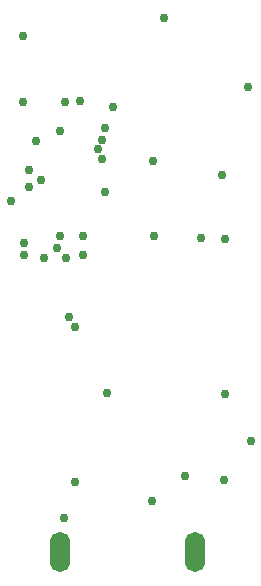
<source format=gbs>
G04 Layer_Color=8150272*
%FSLAX25Y25*%
%MOIN*%
G70*
G01*
G75*
%ADD48O,0.06706X0.13398*%
%ADD49C,0.03000*%
D48*
X369059Y272500D02*
D03*
X413941D02*
D03*
D49*
X374000Y347476D02*
D03*
X372000Y350976D02*
D03*
X368000Y373976D02*
D03*
X357000Y375476D02*
D03*
X371000Y370476D02*
D03*
X376500Y371476D02*
D03*
X357000D02*
D03*
X368815Y377661D02*
D03*
X376689Y377787D02*
D03*
X363500Y370476D02*
D03*
X362500Y396638D02*
D03*
X358500Y399976D02*
D03*
X386500Y420976D02*
D03*
X375500Y422976D02*
D03*
X369000Y412976D02*
D03*
X383000Y409976D02*
D03*
X381602Y406874D02*
D03*
X383000Y403476D02*
D03*
X400000Y402976D02*
D03*
X422831Y398146D02*
D03*
X360957Y409433D02*
D03*
X358398Y394079D02*
D03*
X384000Y413976D02*
D03*
Y392476D02*
D03*
X423933Y325043D02*
D03*
X384563Y325413D02*
D03*
X370453Y422429D02*
D03*
X356453D02*
D03*
X356500Y444476D02*
D03*
X403500Y450335D02*
D03*
X352476Y389500D02*
D03*
X423933Y376909D02*
D03*
X416059Y377035D02*
D03*
X431413Y427563D02*
D03*
X400311Y377665D02*
D03*
X423500Y296476D02*
D03*
X432500Y309476D02*
D03*
X370130Y283846D02*
D03*
X399500Y289476D02*
D03*
X373847Y295823D02*
D03*
X410500Y297976D02*
D03*
M02*

</source>
